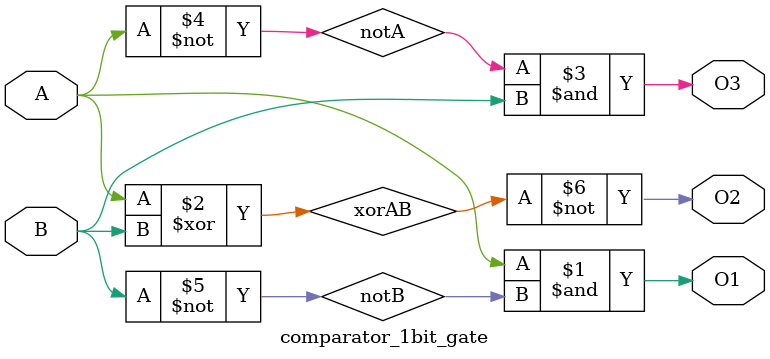
<source format=v>
module comparator_1bit_gate (
    input A, B,
    output O1, O2, O3
);
    wire notA, notB, xorAB;

    
    not (notA, A);
    not (notB, B);

    
    and (O1, A, notB);

   
    xor (xorAB, A, B);
    not (O2, xorAB);

   
    and (O3, notA, B);

endmodule

</source>
